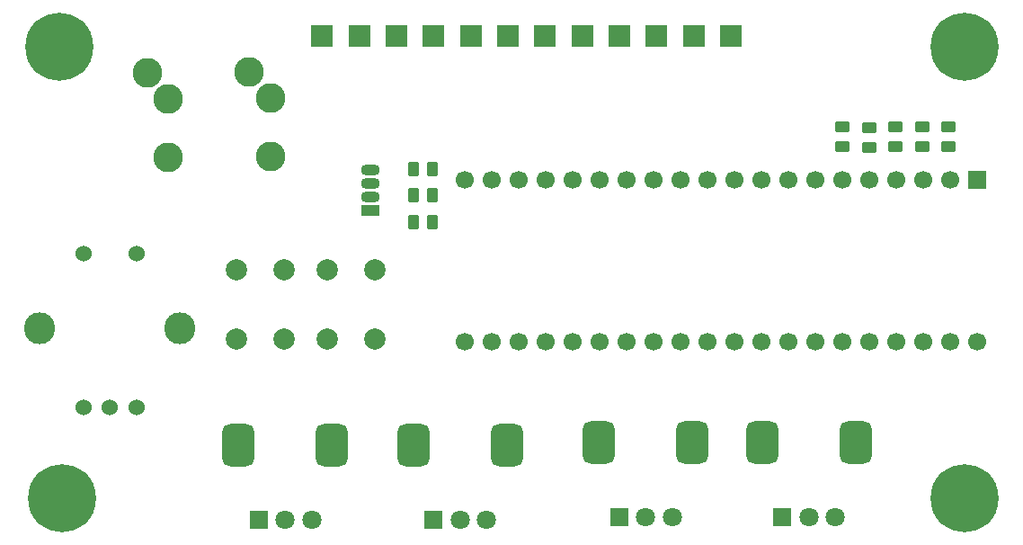
<source format=gbr>
%TF.GenerationSoftware,KiCad,Pcbnew,(7.0.0-0)*%
%TF.CreationDate,2023-06-03T23:07:31+02:00*%
%TF.ProjectId,Untitled,556e7469-746c-4656-942e-6b696361645f,rev?*%
%TF.SameCoordinates,Original*%
%TF.FileFunction,Soldermask,Bot*%
%TF.FilePolarity,Negative*%
%FSLAX46Y46*%
G04 Gerber Fmt 4.6, Leading zero omitted, Abs format (unit mm)*
G04 Created by KiCad (PCBNEW (7.0.0-0)) date 2023-06-03 23:07:31*
%MOMM*%
%LPD*%
G01*
G04 APERTURE LIST*
G04 Aperture macros list*
%AMRoundRect*
0 Rectangle with rounded corners*
0 $1 Rounding radius*
0 $2 $3 $4 $5 $6 $7 $8 $9 X,Y pos of 4 corners*
0 Add a 4 corners polygon primitive as box body*
4,1,4,$2,$3,$4,$5,$6,$7,$8,$9,$2,$3,0*
0 Add four circle primitives for the rounded corners*
1,1,$1+$1,$2,$3*
1,1,$1+$1,$4,$5*
1,1,$1+$1,$6,$7*
1,1,$1+$1,$8,$9*
0 Add four rect primitives between the rounded corners*
20,1,$1+$1,$2,$3,$4,$5,0*
20,1,$1+$1,$4,$5,$6,$7,0*
20,1,$1+$1,$6,$7,$8,$9,0*
20,1,$1+$1,$8,$9,$2,$3,0*%
G04 Aperture macros list end*
%ADD10RoundRect,0.250001X0.799999X-0.799999X0.799999X0.799999X-0.799999X0.799999X-0.799999X-0.799999X0*%
%ADD11C,2.000000*%
%ADD12R,1.800000X1.800000*%
%ADD13C,1.800000*%
%ADD14RoundRect,0.750000X0.750000X-1.250000X0.750000X1.250000X-0.750000X1.250000X-0.750000X-1.250000X0*%
%ADD15C,6.400000*%
%ADD16C,1.524000*%
%ADD17O,2.900000X3.000000*%
%ADD18R,1.700000X1.700000*%
%ADD19C,1.700000*%
%ADD20C,2.800000*%
%ADD21R,1.800000X1.070000*%
%ADD22O,1.800000X1.070000*%
%ADD23RoundRect,0.250000X-0.450000X0.262500X-0.450000X-0.262500X0.450000X-0.262500X0.450000X0.262500X0*%
%ADD24RoundRect,0.250000X0.262500X0.450000X-0.262500X0.450000X-0.262500X-0.450000X0.262500X-0.450000X0*%
G04 APERTURE END LIST*
D10*
%TO.C,3V3A1*%
X125500000Y-26000000D03*
%TD*%
D11*
%TO.C,SW1*%
X117450000Y-54500000D03*
X117450000Y-48000000D03*
X121950000Y-54500000D03*
X121950000Y-48000000D03*
%TD*%
%TO.C,SW2*%
X126000000Y-54500000D03*
X126000000Y-48000000D03*
X130500000Y-54500000D03*
X130500000Y-48000000D03*
%TD*%
D12*
%TO.C,POT4*%
X168829999Y-71269999D03*
D13*
X171330000Y-71270000D03*
X173830000Y-71270000D03*
D14*
X166930000Y-64270000D03*
X175730000Y-64270000D03*
%TD*%
D10*
%TO.C,A6*%
X132500000Y-26000000D03*
%TD*%
D15*
%TO.C,H4*%
X186000000Y-69500000D03*
%TD*%
D10*
%TO.C,3V3D1*%
X136000000Y-26000000D03*
%TD*%
D15*
%TO.C,H2*%
X186000000Y-27000000D03*
%TD*%
D10*
%TO.C,GND1*%
X139500000Y-26000000D03*
%TD*%
D15*
%TO.C,H1*%
X100750000Y-27000000D03*
%TD*%
D10*
%TO.C,SS1*%
X164000000Y-26000000D03*
%TD*%
%TO.C,SDA1*%
X150000000Y-26000000D03*
%TD*%
D16*
%TO.C,ENC1*%
X103000000Y-61000000D03*
X108000000Y-61000000D03*
X105500000Y-61000000D03*
X103000000Y-46500000D03*
X108000000Y-46500000D03*
D17*
X98899999Y-53499999D03*
X112099999Y-53499999D03*
%TD*%
D12*
%TO.C,POT1*%
X119499999Y-71549999D03*
D13*
X122000000Y-71550000D03*
X124500000Y-71550000D03*
D14*
X117600000Y-64550000D03*
X126400000Y-64550000D03*
%TD*%
D10*
%TO.C,SCL1*%
X146500000Y-26000000D03*
%TD*%
D18*
%TO.C,U1*%
X187174999Y-39569999D03*
D19*
X184635000Y-39570000D03*
X182095000Y-39570000D03*
X179555000Y-39570000D03*
X177015000Y-39570000D03*
X174475000Y-39570000D03*
X171935000Y-39570000D03*
X169395000Y-39570000D03*
X166855000Y-39570000D03*
X164315000Y-39570000D03*
X161775000Y-39570000D03*
X159235000Y-39570000D03*
X156695000Y-39570000D03*
X154155000Y-39570000D03*
X151615000Y-39570000D03*
X149075000Y-39570000D03*
X146535000Y-39570000D03*
X143995000Y-39570000D03*
X141455000Y-39570000D03*
X138915000Y-39570000D03*
X138915000Y-54810000D03*
X141455000Y-54810000D03*
X143995000Y-54810000D03*
X146535000Y-54810000D03*
X149075000Y-54810000D03*
X151615000Y-54810000D03*
X154155000Y-54810000D03*
X156695000Y-54810000D03*
X159235000Y-54810000D03*
X161775000Y-54810000D03*
X164315000Y-54810000D03*
X166855000Y-54810000D03*
X169395000Y-54810000D03*
X171935000Y-54810000D03*
X174475000Y-54810000D03*
X177015000Y-54810000D03*
X179555000Y-54810000D03*
X182095000Y-54810000D03*
X184635000Y-54810000D03*
X187175000Y-54810000D03*
%TD*%
D20*
%TO.C,J1*%
X120640000Y-37320000D03*
X118640000Y-29420000D03*
X120640000Y-31820000D03*
%TD*%
D10*
%TO.C,A0*%
X129000000Y-26000000D03*
%TD*%
%TO.C,MO1*%
X153500000Y-26000000D03*
%TD*%
D12*
%TO.C,POT3*%
X153449999Y-71269999D03*
D13*
X155950000Y-71270000D03*
X158450000Y-71270000D03*
D14*
X151550000Y-64270000D03*
X160350000Y-64270000D03*
%TD*%
D15*
%TO.C,H3*%
X101000000Y-69500000D03*
%TD*%
D10*
%TO.C,MI1*%
X157000000Y-26000000D03*
%TD*%
D12*
%TO.C,POT2*%
X135999999Y-71549999D03*
D13*
X138500000Y-71550000D03*
X141000000Y-71550000D03*
D14*
X134100000Y-64550000D03*
X142900000Y-64550000D03*
%TD*%
D21*
%TO.C,D1*%
X129999999Y-42399999D03*
D22*
X129999999Y-41129999D03*
X129999999Y-39859999D03*
X129999999Y-38589999D03*
%TD*%
D20*
%TO.C,J2*%
X111000000Y-37400000D03*
X109000000Y-29500000D03*
X111000000Y-31900000D03*
%TD*%
D10*
%TO.C,VIN1*%
X143000000Y-26000000D03*
%TD*%
%TO.C,SCK1*%
X160500000Y-26000000D03*
%TD*%
D23*
%TO.C,R1*%
X177000000Y-34675000D03*
X177000000Y-36500000D03*
%TD*%
D24*
%TO.C,R6*%
X135912500Y-41000000D03*
X134087500Y-41000000D03*
%TD*%
D23*
%TO.C,R3*%
X182000000Y-34587500D03*
X182000000Y-36412500D03*
%TD*%
%TO.C,R5*%
X174500000Y-34587500D03*
X174500000Y-36412500D03*
%TD*%
%TO.C,R4*%
X184500000Y-34587500D03*
X184500000Y-36412500D03*
%TD*%
D24*
%TO.C,R8*%
X135912500Y-38500000D03*
X134087500Y-38500000D03*
%TD*%
%TO.C,R7*%
X135912500Y-43500000D03*
X134087500Y-43500000D03*
%TD*%
D23*
%TO.C,R2*%
X179500000Y-34587500D03*
X179500000Y-36412500D03*
%TD*%
M02*

</source>
